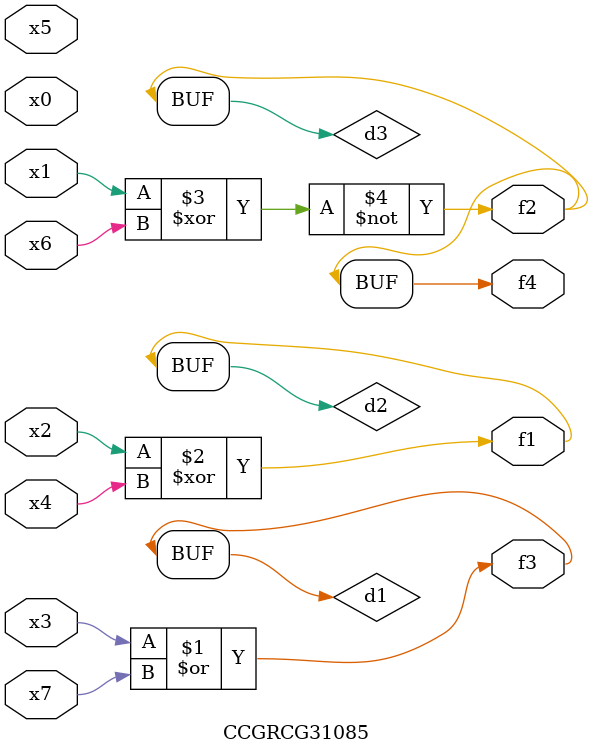
<source format=v>
module CCGRCG31085(
	input x0, x1, x2, x3, x4, x5, x6, x7,
	output f1, f2, f3, f4
);

	wire d1, d2, d3;

	or (d1, x3, x7);
	xor (d2, x2, x4);
	xnor (d3, x1, x6);
	assign f1 = d2;
	assign f2 = d3;
	assign f3 = d1;
	assign f4 = d3;
endmodule

</source>
